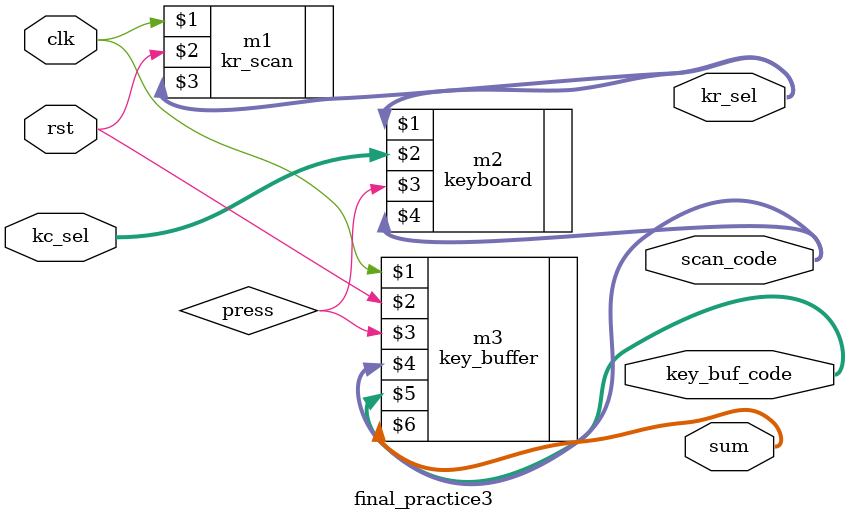
<source format=v>
module final_practice3(clk, rst, kc_sel, kr_sel, scan_code,
key_buf_code, sum);

	input  clk, rst;
	input  [3:0] kc_sel;
	output [3:0] kr_sel;
	wire press;
	output [3:0] scan_code;
	
	output [23:0] key_buf_code; 
	output [20:0] sum;
	
	kr_scan    m1(clk, rst, kr_sel);
	keyboard   m2(kr_sel, kc_sel, press, scan_code);
	key_buffer m3(clk, rst, press, scan_code, key_buf_code, sum);

endmodule 
</source>
